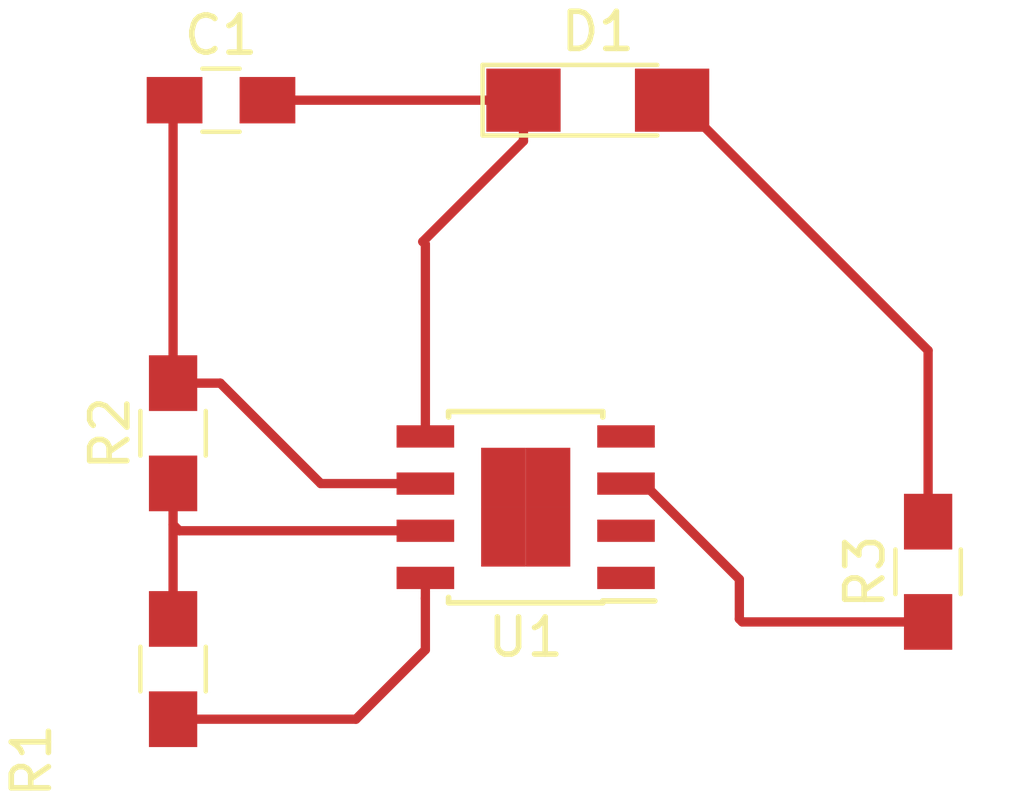
<source format=kicad_pcb>
(kicad_pcb (version 4) (host pcbnew 4.0.7-e2-6376~58~ubuntu14.04.1)

  (general
    (links 12)
    (no_connects 12)
    (area 143.805 89.885 171.735 111.66619)
    (thickness 1.6)
    (drawings 0)
    (tracks 26)
    (zones 0)
    (modules 6)
    (nets 7)
  )

  (page A4)
  (layers
    (0 F.Cu signal)
    (31 B.Cu signal)
    (32 B.Adhes user)
    (33 F.Adhes user)
    (34 B.Paste user)
    (35 F.Paste user)
    (36 B.SilkS user)
    (37 F.SilkS user)
    (38 B.Mask user)
    (39 F.Mask user)
    (40 Dwgs.User user)
    (41 Cmts.User user)
    (42 Eco1.User user)
    (43 Eco2.User user)
    (44 Edge.Cuts user)
    (45 Margin user)
    (46 B.CrtYd user)
    (47 F.CrtYd user)
    (48 B.Fab user)
    (49 F.Fab user)
  )

  (setup
    (last_trace_width 0.25)
    (trace_clearance 0.2)
    (zone_clearance 0.508)
    (zone_45_only no)
    (trace_min 0.2)
    (segment_width 0.2)
    (edge_width 0.1)
    (via_size 0.6)
    (via_drill 0.4)
    (via_min_size 0.4)
    (via_min_drill 0.3)
    (uvia_size 0.3)
    (uvia_drill 0.1)
    (uvias_allowed no)
    (uvia_min_size 0.2)
    (uvia_min_drill 0.1)
    (pcb_text_width 0.3)
    (pcb_text_size 1.5 1.5)
    (mod_edge_width 0.15)
    (mod_text_size 1 1)
    (mod_text_width 0.15)
    (pad_size 1.5 1.5)
    (pad_drill 0.6)
    (pad_to_mask_clearance 0)
    (aux_axis_origin 0 0)
    (visible_elements FFFFFF7F)
    (pcbplotparams
      (layerselection 0x00030_80000001)
      (usegerberextensions false)
      (excludeedgelayer true)
      (linewidth 0.100000)
      (plotframeref false)
      (viasonmask false)
      (mode 1)
      (useauxorigin false)
      (hpglpennumber 1)
      (hpglpenspeed 20)
      (hpglpendiameter 15)
      (hpglpenoverlay 2)
      (psnegative false)
      (psa4output false)
      (plotreference true)
      (plotvalue true)
      (plotinvisibletext false)
      (padsonsilk false)
      (subtractmaskfromsilk false)
      (outputformat 1)
      (mirror false)
      (drillshape 0)
      (scaleselection 1)
      (outputdirectory ""))
  )

  (net 0 "")
  (net 1 "Net-(C1-Pad1)")
  (net 2 GND)
  (net 3 "Net-(D1-Pad2)")
  (net 4 /VDD)
  (net 5 "Net-(R1-Pad2)")
  (net 6 "Net-(R3-Pad1)")

  (net_class Default "This is the default net class."
    (clearance 0.2)
    (trace_width 0.25)
    (via_dia 0.6)
    (via_drill 0.4)
    (uvia_dia 0.3)
    (uvia_drill 0.1)
    (add_net /VDD)
    (add_net GND)
    (add_net "Net-(C1-Pad1)")
    (add_net "Net-(D1-Pad2)")
    (add_net "Net-(R1-Pad2)")
    (add_net "Net-(R3-Pad1)")
  )

  (module Capacitors_SMD:C_0805_HandSoldering (layer F.Cu) (tedit 58AA84A8) (tstamp 5B122395)
    (at 149.88 92.71)
    (descr "Capacitor SMD 0805, hand soldering")
    (tags "capacitor 0805")
    (path /5B121206)
    (attr smd)
    (fp_text reference C1 (at 0 -1.75) (layer F.SilkS)
      (effects (font (size 1 1) (thickness 0.15)))
    )
    (fp_text value 1mF (at 0 1.75) (layer F.Fab)
      (effects (font (size 1 1) (thickness 0.15)))
    )
    (fp_text user %R (at 0 -1.75) (layer F.Fab)
      (effects (font (size 1 1) (thickness 0.15)))
    )
    (fp_line (start -1 0.62) (end -1 -0.62) (layer F.Fab) (width 0.1))
    (fp_line (start 1 0.62) (end -1 0.62) (layer F.Fab) (width 0.1))
    (fp_line (start 1 -0.62) (end 1 0.62) (layer F.Fab) (width 0.1))
    (fp_line (start -1 -0.62) (end 1 -0.62) (layer F.Fab) (width 0.1))
    (fp_line (start 0.5 -0.85) (end -0.5 -0.85) (layer F.SilkS) (width 0.12))
    (fp_line (start -0.5 0.85) (end 0.5 0.85) (layer F.SilkS) (width 0.12))
    (fp_line (start -2.25 -0.88) (end 2.25 -0.88) (layer F.CrtYd) (width 0.05))
    (fp_line (start -2.25 -0.88) (end -2.25 0.87) (layer F.CrtYd) (width 0.05))
    (fp_line (start 2.25 0.87) (end 2.25 -0.88) (layer F.CrtYd) (width 0.05))
    (fp_line (start 2.25 0.87) (end -2.25 0.87) (layer F.CrtYd) (width 0.05))
    (pad 1 smd rect (at -1.25 0) (size 1.5 1.25) (layers F.Cu F.Paste F.Mask)
      (net 1 "Net-(C1-Pad1)"))
    (pad 2 smd rect (at 1.25 0) (size 1.5 1.25) (layers F.Cu F.Paste F.Mask)
      (net 2 GND))
    (model Capacitors_SMD.3dshapes/C_0805.wrl
      (at (xyz 0 0 0))
      (scale (xyz 1 1 1))
      (rotate (xyz 0 0 0))
    )
  )

  (module LEDs:LED_1206_HandSoldering (layer F.Cu) (tedit 595FC724) (tstamp 5B12239B)
    (at 160.02 92.71)
    (descr "LED SMD 1206, hand soldering")
    (tags "LED 1206")
    (path /5B121243)
    (attr smd)
    (fp_text reference D1 (at 0 -1.85) (layer F.SilkS)
      (effects (font (size 1 1) (thickness 0.15)))
    )
    (fp_text value LED (at 0 1.9) (layer F.Fab)
      (effects (font (size 1 1) (thickness 0.15)))
    )
    (fp_line (start -3.1 -0.95) (end -3.1 0.95) (layer F.SilkS) (width 0.12))
    (fp_line (start -0.4 0) (end 0.2 -0.4) (layer F.Fab) (width 0.1))
    (fp_line (start 0.2 -0.4) (end 0.2 0.4) (layer F.Fab) (width 0.1))
    (fp_line (start 0.2 0.4) (end -0.4 0) (layer F.Fab) (width 0.1))
    (fp_line (start -0.45 -0.4) (end -0.45 0.4) (layer F.Fab) (width 0.1))
    (fp_line (start -1.6 0.8) (end -1.6 -0.8) (layer F.Fab) (width 0.1))
    (fp_line (start 1.6 0.8) (end -1.6 0.8) (layer F.Fab) (width 0.1))
    (fp_line (start 1.6 -0.8) (end 1.6 0.8) (layer F.Fab) (width 0.1))
    (fp_line (start -1.6 -0.8) (end 1.6 -0.8) (layer F.Fab) (width 0.1))
    (fp_line (start -3.1 0.95) (end 1.6 0.95) (layer F.SilkS) (width 0.12))
    (fp_line (start -3.1 -0.95) (end 1.6 -0.95) (layer F.SilkS) (width 0.12))
    (fp_line (start -3.25 -1.11) (end 3.25 -1.11) (layer F.CrtYd) (width 0.05))
    (fp_line (start -3.25 -1.11) (end -3.25 1.1) (layer F.CrtYd) (width 0.05))
    (fp_line (start 3.25 1.1) (end 3.25 -1.11) (layer F.CrtYd) (width 0.05))
    (fp_line (start 3.25 1.1) (end -3.25 1.1) (layer F.CrtYd) (width 0.05))
    (pad 1 smd rect (at -2 0) (size 2 1.7) (layers F.Cu F.Paste F.Mask)
      (net 2 GND))
    (pad 2 smd rect (at 2 0) (size 2 1.7) (layers F.Cu F.Paste F.Mask)
      (net 3 "Net-(D1-Pad2)"))
    (model ${KISYS3DMOD}/LEDs.3dshapes/LED_1206.wrl
      (at (xyz 0 0 0))
      (scale (xyz 1 1 1))
      (rotate (xyz 0 0 180))
    )
  )

  (module Resistors_SMD:R_0805_HandSoldering (layer F.Cu) (tedit 58E0A804) (tstamp 5B1223A1)
    (at 148.59 108.03 90)
    (descr "Resistor SMD 0805, hand soldering")
    (tags "resistor 0805")
    (path /5B121176)
    (attr smd)
    (fp_text reference R1 (at -2.46 -3.81 90) (layer F.SilkS)
      (effects (font (size 1 1) (thickness 0.15)))
    )
    (fp_text value 1K (at 0 1.75 90) (layer F.Fab)
      (effects (font (size 1 1) (thickness 0.15)))
    )
    (fp_text user %R (at -2.46 -3.81 90) (layer F.Fab)
      (effects (font (size 0.5 0.5) (thickness 0.075)))
    )
    (fp_line (start -1 0.62) (end -1 -0.62) (layer F.Fab) (width 0.1))
    (fp_line (start 1 0.62) (end -1 0.62) (layer F.Fab) (width 0.1))
    (fp_line (start 1 -0.62) (end 1 0.62) (layer F.Fab) (width 0.1))
    (fp_line (start -1 -0.62) (end 1 -0.62) (layer F.Fab) (width 0.1))
    (fp_line (start 0.6 0.88) (end -0.6 0.88) (layer F.SilkS) (width 0.12))
    (fp_line (start -0.6 -0.88) (end 0.6 -0.88) (layer F.SilkS) (width 0.12))
    (fp_line (start -2.35 -0.9) (end 2.35 -0.9) (layer F.CrtYd) (width 0.05))
    (fp_line (start -2.35 -0.9) (end -2.35 0.9) (layer F.CrtYd) (width 0.05))
    (fp_line (start 2.35 0.9) (end 2.35 -0.9) (layer F.CrtYd) (width 0.05))
    (fp_line (start 2.35 0.9) (end -2.35 0.9) (layer F.CrtYd) (width 0.05))
    (pad 1 smd rect (at -1.35 0 90) (size 1.5 1.3) (layers F.Cu F.Paste F.Mask)
      (net 4 /VDD))
    (pad 2 smd rect (at 1.35 0 90) (size 1.5 1.3) (layers F.Cu F.Paste F.Mask)
      (net 5 "Net-(R1-Pad2)"))
    (model ${KISYS3DMOD}/Resistors_SMD.3dshapes/R_0805.wrl
      (at (xyz 0 0 0))
      (scale (xyz 1 1 1))
      (rotate (xyz 0 0 0))
    )
  )

  (module Resistors_SMD:R_0805_HandSoldering (layer F.Cu) (tedit 58E0A804) (tstamp 5B1223A7)
    (at 148.59 101.68 90)
    (descr "Resistor SMD 0805, hand soldering")
    (tags "resistor 0805")
    (path /5B1211C1)
    (attr smd)
    (fp_text reference R2 (at 0 -1.7 90) (layer F.SilkS)
      (effects (font (size 1 1) (thickness 0.15)))
    )
    (fp_text value 470K (at 0 1.75 90) (layer F.Fab)
      (effects (font (size 1 1) (thickness 0.15)))
    )
    (fp_text user %R (at 0 0 90) (layer F.Fab)
      (effects (font (size 0.5 0.5) (thickness 0.075)))
    )
    (fp_line (start -1 0.62) (end -1 -0.62) (layer F.Fab) (width 0.1))
    (fp_line (start 1 0.62) (end -1 0.62) (layer F.Fab) (width 0.1))
    (fp_line (start 1 -0.62) (end 1 0.62) (layer F.Fab) (width 0.1))
    (fp_line (start -1 -0.62) (end 1 -0.62) (layer F.Fab) (width 0.1))
    (fp_line (start 0.6 0.88) (end -0.6 0.88) (layer F.SilkS) (width 0.12))
    (fp_line (start -0.6 -0.88) (end 0.6 -0.88) (layer F.SilkS) (width 0.12))
    (fp_line (start -2.35 -0.9) (end 2.35 -0.9) (layer F.CrtYd) (width 0.05))
    (fp_line (start -2.35 -0.9) (end -2.35 0.9) (layer F.CrtYd) (width 0.05))
    (fp_line (start 2.35 0.9) (end 2.35 -0.9) (layer F.CrtYd) (width 0.05))
    (fp_line (start 2.35 0.9) (end -2.35 0.9) (layer F.CrtYd) (width 0.05))
    (pad 1 smd rect (at -1.35 0 90) (size 1.5 1.3) (layers F.Cu F.Paste F.Mask)
      (net 5 "Net-(R1-Pad2)"))
    (pad 2 smd rect (at 1.35 0 90) (size 1.5 1.3) (layers F.Cu F.Paste F.Mask)
      (net 1 "Net-(C1-Pad1)"))
    (model ${KISYS3DMOD}/Resistors_SMD.3dshapes/R_0805.wrl
      (at (xyz 0 0 0))
      (scale (xyz 1 1 1))
      (rotate (xyz 0 0 0))
    )
  )

  (module Resistors_SMD:R_0805_HandSoldering (layer F.Cu) (tedit 58E0A804) (tstamp 5B1223AD)
    (at 168.91 105.41 90)
    (descr "Resistor SMD 0805, hand soldering")
    (tags "resistor 0805")
    (path /5B12131B)
    (attr smd)
    (fp_text reference R3 (at 0 -1.7 90) (layer F.SilkS)
      (effects (font (size 1 1) (thickness 0.15)))
    )
    (fp_text value 1K (at 0 1.75 90) (layer F.Fab)
      (effects (font (size 1 1) (thickness 0.15)))
    )
    (fp_text user %R (at 0 0 90) (layer F.Fab)
      (effects (font (size 0.5 0.5) (thickness 0.075)))
    )
    (fp_line (start -1 0.62) (end -1 -0.62) (layer F.Fab) (width 0.1))
    (fp_line (start 1 0.62) (end -1 0.62) (layer F.Fab) (width 0.1))
    (fp_line (start 1 -0.62) (end 1 0.62) (layer F.Fab) (width 0.1))
    (fp_line (start -1 -0.62) (end 1 -0.62) (layer F.Fab) (width 0.1))
    (fp_line (start 0.6 0.88) (end -0.6 0.88) (layer F.SilkS) (width 0.12))
    (fp_line (start -0.6 -0.88) (end 0.6 -0.88) (layer F.SilkS) (width 0.12))
    (fp_line (start -2.35 -0.9) (end 2.35 -0.9) (layer F.CrtYd) (width 0.05))
    (fp_line (start -2.35 -0.9) (end -2.35 0.9) (layer F.CrtYd) (width 0.05))
    (fp_line (start 2.35 0.9) (end 2.35 -0.9) (layer F.CrtYd) (width 0.05))
    (fp_line (start 2.35 0.9) (end -2.35 0.9) (layer F.CrtYd) (width 0.05))
    (pad 1 smd rect (at -1.35 0 90) (size 1.5 1.3) (layers F.Cu F.Paste F.Mask)
      (net 6 "Net-(R3-Pad1)"))
    (pad 2 smd rect (at 1.35 0 90) (size 1.5 1.3) (layers F.Cu F.Paste F.Mask)
      (net 3 "Net-(D1-Pad2)"))
    (model ${KISYS3DMOD}/Resistors_SMD.3dshapes/R_0805.wrl
      (at (xyz 0 0 0))
      (scale (xyz 1 1 1))
      (rotate (xyz 0 0 0))
    )
  )

  (module Housings_SOIC:HTSOP-8-1EP_3.9x4.9mm_Pitch1.27mm (layer F.Cu) (tedit 59DC5C0B) (tstamp 5B1223BD)
    (at 158.08 103.67 180)
    (tags "HTSOP 1.27")
    (path /5B121038)
    (attr smd)
    (fp_text reference U1 (at 0 -3.5 180) (layer F.SilkS)
      (effects (font (size 1 1) (thickness 0.15)))
    )
    (fp_text value 7555 (at 0 3.5 180) (layer F.Fab)
      (effects (font (size 1 1) (thickness 0.15)))
    )
    (fp_text user %R (at 0 0 180) (layer F.Fab)
      (effects (font (size 0.9 0.9) (thickness 0.135)))
    )
    (fp_line (start -0.95 -2.45) (end 1.95 -2.45) (layer F.Fab) (width 0.15))
    (fp_line (start 1.95 -2.45) (end 1.95 2.45) (layer F.Fab) (width 0.15))
    (fp_line (start 1.95 2.45) (end -1.95 2.45) (layer F.Fab) (width 0.15))
    (fp_line (start -1.95 2.45) (end -1.95 -1.45) (layer F.Fab) (width 0.15))
    (fp_line (start -1.95 -1.45) (end -0.95 -2.45) (layer F.Fab) (width 0.15))
    (fp_line (start -3.75 -2.75) (end -3.75 2.75) (layer F.CrtYd) (width 0.05))
    (fp_line (start 3.75 -2.75) (end 3.75 2.75) (layer F.CrtYd) (width 0.05))
    (fp_line (start -3.75 -2.75) (end 3.75 -2.75) (layer F.CrtYd) (width 0.05))
    (fp_line (start -3.75 2.75) (end 3.75 2.75) (layer F.CrtYd) (width 0.05))
    (fp_line (start -2.075 -2.575) (end -2.075 -2.525) (layer F.SilkS) (width 0.15))
    (fp_line (start 2.075 -2.575) (end 2.075 -2.43) (layer F.SilkS) (width 0.15))
    (fp_line (start 2.075 2.575) (end 2.075 2.43) (layer F.SilkS) (width 0.15))
    (fp_line (start -2.075 2.575) (end -2.075 2.43) (layer F.SilkS) (width 0.15))
    (fp_line (start -2.075 -2.575) (end 2.075 -2.575) (layer F.SilkS) (width 0.15))
    (fp_line (start -2.075 2.575) (end 2.075 2.575) (layer F.SilkS) (width 0.15))
    (fp_line (start -2.075 -2.525) (end -3.475 -2.525) (layer F.SilkS) (width 0.15))
    (pad 1 smd rect (at -2.7 -1.905 180) (size 1.55 0.6) (layers F.Cu F.Paste F.Mask)
      (net 2 GND))
    (pad 2 smd rect (at -2.7 -0.635 180) (size 1.55 0.6) (layers F.Cu F.Paste F.Mask)
      (net 1 "Net-(C1-Pad1)"))
    (pad 3 smd rect (at -2.7 0.635 180) (size 1.55 0.6) (layers F.Cu F.Paste F.Mask)
      (net 6 "Net-(R3-Pad1)"))
    (pad 4 smd rect (at -2.7 1.905 180) (size 1.55 0.6) (layers F.Cu F.Paste F.Mask)
      (net 4 /VDD))
    (pad 5 smd rect (at 2.7 1.905 180) (size 1.55 0.6) (layers F.Cu F.Paste F.Mask)
      (net 2 GND))
    (pad 6 smd rect (at 2.7 0.635 180) (size 1.55 0.6) (layers F.Cu F.Paste F.Mask)
      (net 1 "Net-(C1-Pad1)"))
    (pad 7 smd rect (at 2.7 -0.635 180) (size 1.55 0.6) (layers F.Cu F.Paste F.Mask)
      (net 5 "Net-(R1-Pad2)"))
    (pad 8 smd rect (at 2.7 -1.905 180) (size 1.55 0.6) (layers F.Cu F.Paste F.Mask)
      (net 4 /VDD))
    (pad 9 smd rect (at 0.6 0.8 180) (size 1.2 1.6) (layers F.Cu F.Paste F.Mask)
      (solder_paste_margin_ratio -0.2))
    (pad 9 smd rect (at 0.6 -0.8 180) (size 1.2 1.6) (layers F.Cu F.Paste F.Mask)
      (solder_paste_margin_ratio -0.2))
    (pad 9 smd rect (at -0.6 0.8 180) (size 1.2 1.6) (layers F.Cu F.Paste F.Mask)
      (solder_paste_margin_ratio -0.2))
    (pad 9 smd rect (at -0.6 -0.8 180) (size 1.2 1.6) (layers F.Cu F.Paste F.Mask)
      (solder_paste_margin_ratio -0.2))
    (model ${KISYS3DMOD}/Housings_SOIC.3dshapes/HTSOP-8-1EP_3.9x4.9mm_Pitch1.27mm.wrl
      (at (xyz 0 0 0))
      (scale (xyz 1 1 1))
      (rotate (xyz 0 0 0))
    )
  )

  (segment (start 155.38 103.035) (end 152.565 103.035) (width 0.25) (layer F.Cu) (net 1))
  (segment (start 152.565 103.035) (end 149.86 100.33) (width 0.25) (layer F.Cu) (net 1))
  (segment (start 149.86 100.33) (end 148.59 100.33) (width 0.25) (layer F.Cu) (net 1))
  (segment (start 148.59 100.33) (end 148.59 92.75) (width 0.25) (layer F.Cu) (net 1))
  (segment (start 148.59 92.75) (end 148.63 92.71) (width 0.25) (layer F.Cu) (net 1))
  (segment (start 155.31 96.52) (end 155.38 96.59) (width 0.25) (layer F.Cu) (net 2))
  (segment (start 155.38 96.59) (end 155.38 101.765) (width 0.25) (layer F.Cu) (net 2))
  (segment (start 158.02 92.71) (end 158.02 93.81) (width 0.25) (layer F.Cu) (net 2))
  (segment (start 158.02 93.81) (end 155.31 96.52) (width 0.25) (layer F.Cu) (net 2))
  (segment (start 158.02 92.71) (end 151.13 92.71) (width 0.25) (layer F.Cu) (net 2))
  (segment (start 168.91 104.06) (end 168.91 99.45) (width 0.25) (layer F.Cu) (net 3))
  (segment (start 168.91 99.45) (end 162.17 92.71) (width 0.25) (layer F.Cu) (net 3))
  (segment (start 162.17 92.71) (end 162.02 92.71) (width 0.25) (layer F.Cu) (net 3))
  (segment (start 153.51 109.38) (end 155.38 107.51) (width 0.25) (layer F.Cu) (net 4))
  (segment (start 155.38 107.51) (end 155.38 106.125) (width 0.25) (layer F.Cu) (net 4))
  (segment (start 155.38 106.125) (end 155.38 105.575) (width 0.25) (layer F.Cu) (net 4))
  (segment (start 148.59 109.38) (end 153.51 109.38) (width 0.25) (layer F.Cu) (net 4))
  (segment (start 148.59 103.03) (end 148.59 104.14) (width 0.25) (layer F.Cu) (net 5))
  (segment (start 148.59 104.14) (end 148.59 106.68) (width 0.25) (layer F.Cu) (net 5))
  (segment (start 148.755 104.305) (end 148.59 104.14) (width 0.25) (layer F.Cu) (net 5))
  (segment (start 155.38 104.305) (end 148.755 104.305) (width 0.25) (layer F.Cu) (net 5))
  (segment (start 163.83 106.68) (end 163.83 105.61) (width 0.25) (layer F.Cu) (net 6))
  (segment (start 163.83 105.61) (end 161.255 103.035) (width 0.25) (layer F.Cu) (net 6))
  (segment (start 161.255 103.035) (end 160.78 103.035) (width 0.25) (layer F.Cu) (net 6))
  (segment (start 163.91 106.76) (end 163.83 106.68) (width 0.25) (layer F.Cu) (net 6))
  (segment (start 168.91 106.76) (end 163.91 106.76) (width 0.25) (layer F.Cu) (net 6))

)

</source>
